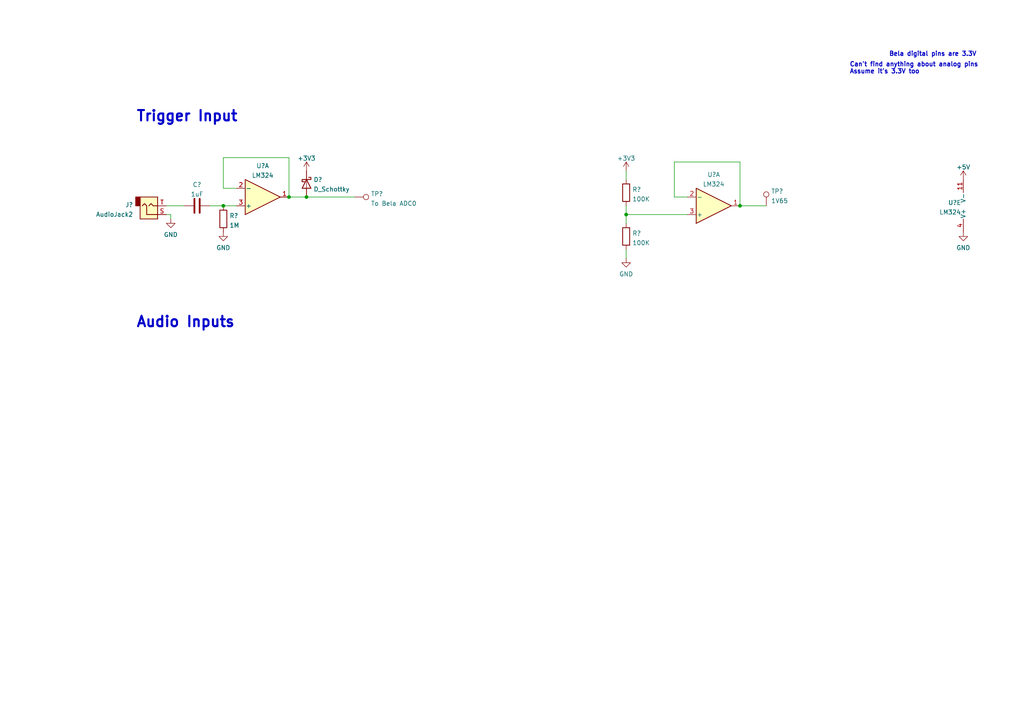
<source format=kicad_sch>
(kicad_sch (version 20211123) (generator eeschema)
  (paper "A4")
  (lib_symbols
    (symbol "Amplifier_Operational:LM324" (pin_names (offset 0.127))
      (property "Reference" "U" (at 0 5.08 0))
      (property "Value" "LM324" (at 0 -5.08 0))
      (symbol "LM324_1_1"
        (polyline (pts (xy -5.08 5.08) (xy 5.08 0) (xy -5.08 -5.08) (xy -5.08 5.08)) (stroke (width 0.254)) (fill (type background)))
        (pin output line (at 7.62 0 180) (length 2.54) (name "~") (number "1"))
        (pin input line (at -7.62 -2.54 0) (length 2.54) (name "-") (number "2"))
        (pin input line (at -7.62 2.54 0) (length 2.54) (name "+") (number "3"))
      )
      (symbol "LM324_2_1"
        (polyline (pts (xy -5.08 5.08) (xy 5.08 0) (xy -5.08 -5.08) (xy -5.08 5.08)) (stroke (width 0.254)) (fill (type background)))
        (pin input line (at -7.62 2.54 0) (length 2.54) (name "+") (number "5"))
        (pin input line (at -7.62 -2.54 0) (length 2.54) (name "-") (number "6"))
        (pin output line (at 7.62 0 180) (length 2.54) (name "~") (number "7"))
      )
      (symbol "LM324_3_1"
        (polyline (pts (xy -5.08 5.08) (xy 5.08 0) (xy -5.08 -5.08) (xy -5.08 5.08)) (stroke (width 0.254)) (fill (type background)))
        (pin input line (at -7.62 2.54 0) (length 2.54) (name "+") (number "10"))
        (pin output line (at 7.62 0 180) (length 2.54) (name "~") (number "8"))
        (pin input line (at -7.62 -2.54 0) (length 2.54) (name "-") (number "9"))
      )
      (symbol "LM324_4_1"
        (polyline (pts (xy -5.08 5.08) (xy 5.08 0) (xy -5.08 -5.08) (xy -5.08 5.08)) (stroke (width 0.254)) (fill (type background)))
        (pin input line (at -7.62 2.54 0) (length 2.54) (name "+") (number "12"))
        (pin input line (at -7.62 -2.54 0) (length 2.54) (name "-") (number "13"))
        (pin output line (at 7.62 0 180) (length 2.54) (name "~") (number "14"))
      )
      (symbol "LM324_5_1"
        (pin power_in line (at -2.54 -7.62 90) (length 3.81) (name "V-") (number "11"))
        (pin power_in line (at -2.54 7.62 270) (length 3.81) (name "V+") (number "4"))
      )
    )
    (symbol "Connector:AudioJack2"
      (property "Reference" "J" (at 0 8.89 0))
      (property "Value" "AudioJack2" (at 0 6.35 0))
      (symbol "AudioJack2_0_1"
        (rectangle (start -3.81 0) (end -2.54 -2.54) (stroke (width 0.254)) (fill (type outline)))
        (rectangle (start -2.54 3.81) (end 2.54 -2.54) (stroke (width 0.254)) (fill (type background)))
        (polyline (pts (xy 0 0) (xy 0.635 -0.635) (xy 1.27 0) (xy 2.54 0)) (stroke (width 0.254)))
        (polyline (pts (xy 2.54 2.54) (xy -0.635 2.54) (xy -0.635 0) (xy -1.27 -0.635) (xy -1.905 0)) (stroke (width 0.254)))
      )
      (symbol "AudioJack2_1_1"
        (pin passive line (at 5.08 2.54 180) (length 2.54) (name "~") (number "S"))
        (pin passive line (at 5.08 0 180) (length 2.54) (name "~") (number "T"))
      )
    )
    (symbol "Connector:TestPoint" (pin_numbers hide) (pin_names (offset 0.762) hide)
      (property "Reference" "TP" (at 0 6.858 0))
      (property "Value" "TestPoint" (at 0 5.08 0))
      (symbol "TestPoint_0_1"
        (circle (center 0 3.302) (radius 0.762))
      )
      (symbol "TestPoint_1_1"
        (pin passive line (at 0 0 90) (length 2.54) (name "1") (number "1"))
      )
    )
    (symbol "Device:C" (pin_numbers hide) (pin_names (offset 0.254))
      (property "Reference" "C" (at 0.635 2.54 0))
      (property "Value" "C" (at 0.635 -2.54 0))
      (symbol "C_0_1"
        (polyline (pts (xy -2.032 -0.762) (xy 2.032 -0.762)) (stroke (width 0.508)))
        (polyline (pts (xy -2.032 0.762) (xy 2.032 0.762)) (stroke (width 0.508)))
      )
      (symbol "C_1_1"
        (pin passive line (at 0 3.81 270) (length 2.794) (name "~") (number "1"))
        (pin passive line (at 0 -3.81 90) (length 2.794) (name "~") (number "2"))
      )
    )
    (symbol "Device:D_Schottky" (pin_numbers hide) (pin_names (offset 1.016) hide)
      (property "Reference" "D" (at 0 2.54 0))
      (property "Value" "D_Schottky" (at 0 -2.54 0))
      (symbol "D_Schottky_0_1"
        (polyline (pts (xy 1.27 0) (xy -1.27 0)))
        (polyline (pts (xy 1.27 1.27) (xy 1.27 -1.27) (xy -1.27 0) (xy 1.27 1.27)) (stroke (width 0.254)))
        (polyline (pts (xy -1.905 0.635) (xy -1.905 1.27) (xy -1.27 1.27) (xy -1.27 -1.27) (xy -0.635 -1.27) (xy -0.635 -0.635)) (stroke (width 0.254)))
      )
      (symbol "D_Schottky_1_1"
        (pin passive line (at -3.81 0 0) (length 2.54) (name "K") (number "1"))
        (pin passive line (at 3.81 0 180) (length 2.54) (name "A") (number "2"))
      )
    )
    (symbol "Device:R" (pin_numbers hide) (pin_names (offset 0))
      (property "Reference" "R" (at 2.032 0 90))
      (property "Value" "R" (at 0 0 90))
      (symbol "R_0_1"
        (rectangle (start -1.016 -2.54) (end 1.016 2.54) (stroke (width 0.254)))
      )
      (symbol "R_1_1"
        (pin passive line (at 0 3.81 270) (length 1.27) (name "~") (number "1"))
        (pin passive line (at 0 -3.81 90) (length 1.27) (name "~") (number "2"))
      )
    )
    (symbol "power:+3V3" (power) (pin_names (offset 0))
      (property "Value" "+3V3" (at 0 3.556 0))
      (symbol "+3V3_0_1"
        (polyline (pts (xy -0.762 1.27) (xy 0 2.54)))
        (polyline (pts (xy 0 0) (xy 0 2.54)))
        (polyline (pts (xy 0 2.54) (xy 0.762 1.27)))
      )
      (symbol "+3V3_1_1"
        (pin power_in line (at 0 0 90) (length 0) hide (name "+3V3") (number "1"))
      )
    )
    (symbol "power:+5V" (power) (pin_names (offset 0))
      (property "Value" "+5V" (at 0 3.556 0))
      (symbol "+5V_0_1"
        (polyline (pts (xy -0.762 1.27) (xy 0 2.54)))
        (polyline (pts (xy 0 0) (xy 0 2.54)))
        (polyline (pts (xy 0 2.54) (xy 0.762 1.27)))
      )
      (symbol "+5V_1_1"
        (pin power_in line (at 0 0 90) (length 0) hide (name "+5V") (number "1"))
      )
    )
    (symbol "power:GND" (power) (pin_names (offset 0))
      (property "Value" "GND" (at 0 -3.81 0))
      (symbol "GND_0_1"
        (polyline (pts (xy 0 0) (xy 0 -1.27) (xy 1.27 -1.27) (xy 0 -2.54) (xy -1.27 -1.27) (xy 0 -1.27)))
      )
      (symbol "GND_1_1"
        (pin power_in line (at 0 0 270) (length 0) hide (name "GND") (number "1"))
      )
    )
  )
  (junction (at 83.82 57.15))
  (junction (at 88.9 57.15))
  (junction (at 214.63 59.69))
  (junction (at 181.61 62.23))
  (junction (at 64.77 59.69))
  (wire (pts (xy 64.77 45.72) (xy 83.82 45.72)))
  (wire (pts (xy 181.61 72.39) (xy 181.61 74.93)))
  (wire (pts (xy 68.58 54.61) (xy 64.77 54.61)))
  (wire (pts (xy 83.82 45.72) (xy 83.82 57.15)))
  (wire (pts (xy 181.61 49.53) (xy 181.61 52.07)))
  (wire (pts (xy 83.82 57.15) (xy 88.9 57.15)))
  (wire (pts (xy 181.61 62.23) (xy 181.61 64.77)))
  (wire (pts (xy 88.9 57.15) (xy 102.87 57.15)))
  (wire (pts (xy 181.61 59.69) (xy 181.61 62.23)))
  (wire (pts (xy 195.58 57.15) (xy 195.58 46.99)))
  (wire (pts (xy 64.77 54.61) (xy 64.77 45.72)))
  (wire (pts (xy 48.26 62.23) (xy 49.53 62.23)))
  (wire (pts (xy 214.63 59.69) (xy 222.25 59.69)))
  (wire (pts (xy 181.61 62.23) (xy 199.39 62.23)))
  (wire (pts (xy 195.58 46.99) (xy 214.63 46.99)))
  (wire (pts (xy 48.26 59.69) (xy 53.34 59.69)))
  (wire (pts (xy 49.53 62.23) (xy 49.53 63.5)))
  (wire (pts (xy 214.63 46.99) (xy 214.63 59.69)))
  (wire (pts (xy 60.96 59.69) (xy 64.77 59.69)))
  (wire (pts (xy 64.77 59.69) (xy 68.58 59.69)))
  (wire (pts (xy 199.39 57.15) (xy 195.58 57.15)))
  (text "Bela digital pins are 3.3V" (at 257.81 16.51 0) (effects (font (size 1.27 1.27) bold) (justify left bottom)))
  (text "Audio Inputs" (at 39.37 95.25 0) (effects (font (size 3 3) (thickness 0.6) bold) (justify left bottom)))
  (text "Trigger Input" (at 39.37 35.56 0) (effects (font (size 3 3) (thickness 0.6) bold) (justify left bottom)))
  (text "Can't find anything about analog pins\nAssume it's 3.3V too" (at 246.38 21.59 0) (effects (font (size 1.27 1.27) bold) (justify left bottom)))
  (symbol (lib_id "power:GND") (at 64.77 67.31 0) (unit 1)
    (property "Reference" "#PWR?" (effects hide))
    (property "Value" "GND" (at 64.77 71.8725 0))
  )
  (symbol (lib_id "Device:R") (at 181.61 68.58 0) (unit 1)
    (property "Reference" "R?" (at 183.388 67.6715 0) (effects (justify left)))
    (property "Value" "100K" (at 183.388 70.4466 0) (effects (justify left)))
  )
  (symbol (lib_id "Device:R") (at 64.77 63.5 0) (unit 1)
    (property "Reference" "R?" (at 66.548 62.5915 0) (effects (justify left)))
    (property "Value" "1M" (at 66.548 65.3666 0) (effects (justify left)))
  )
  (symbol (lib_id "power:+3V3") (at 88.9 49.53 0) (unit 1)
    (property "Reference" "#PWR?" (effects hide))
    (property "Value" "+3V3" (at 88.9 45.9255 0))
  )
  (symbol (lib_id "power:+3V3") (at 181.61 49.53 0) (unit 1)
    (property "Reference" "#PWR?" (effects hide))
    (property "Value" "+3V3" (at 181.61 45.9255 0))
  )
  (symbol (lib_id "power:GND") (at 49.53 63.5 0) (unit 1)
    (property "Reference" "#PWR?" (effects hide))
    (property "Value" "GND" (at 49.53 68.0625 0))
  )
  (symbol (lib_id "Connector:TestPoint") (at 222.25 59.69 0) (unit 1)
    (property "Reference" "TP?" (at 223.647 55.4795 0) (effects (justify left)))
    (property "Value" "1V65" (at 223.647 58.2546 0) (effects (justify left)))
  )
  (symbol (lib_id "Device:C") (at 57.15 59.69 90) (unit 1)
    (property "Reference" "C?" (at 57.15 53.5645 90))
    (property "Value" "1uF" (at 57.15 56.3396 90))
  )
  (symbol (lib_id "Device:D_Schottky") (at 88.9 53.34 270) (unit 1)
    (property "Reference" "D?" (at 90.932 52.114 90) (effects (justify left)))
    (property "Value" "D_Schottky" (at 90.932 54.8891 90) (effects (justify left)))
  )
  (symbol (lib_id "power:GND") (at 279.4 67.31 0) (unit 1)
    (property "Reference" "#PWR?" (effects hide))
    (property "Value" "GND" (at 279.4 71.8725 0))
  )
  (symbol (lib_id "Device:R") (at 181.61 55.88 0) (unit 1)
    (property "Reference" "R?" (at 183.388 54.9715 0) (effects (justify left)))
    (property "Value" "100K" (at 183.388 57.7466 0) (effects (justify left)))
  )
  (symbol (lib_id "power:+5V") (at 279.4 52.07 0) (unit 1)
    (property "Reference" "#PWR?" (effects hide))
    (property "Value" "+5V" (at 279.4 48.4655 0))
  )
  (symbol (lib_id "Connector:TestPoint") (at 102.87 57.15 270) (unit 1)
    (property "Reference" "TP?" (at 107.569 56.2415 90) (effects (justify left)))
    (property "Value" "To Bela ADC0" (at 107.569 59.0166 90) (effects (justify left)))
  )
  (symbol (lib_id "Amplifier_Operational:LM324") (at 76.2 57.15 0) (mirror x) (unit 1)
    (property "Reference" "U?" (at 76.2 48.1035 0))
    (property "Value" "LM324" (at 76.2 50.8786 0))
    (property "Datasheet" "http://www.ti.com/lit/ds/symlink/lm2902-n.pdf" (effects hide))
  )
  (symbol (lib_id "Connector:AudioJack2") (at 43.18 59.69 0) (mirror x) (unit 1)
    (property "Reference" "J?" (at 38.6081 59.4165 0) (effects (justify right)))
    (property "Value" "AudioJack2" (at 38.6081 62.1916 0) (effects (justify right)))
  )
  (symbol (lib_id "power:GND") (at 181.61 74.93 0) (unit 1)
    (property "Reference" "#PWR?" (effects hide))
    (property "Value" "GND" (at 181.61 79.4925 0))
  )
  (symbol (lib_id "Amplifier_Operational:LM324") (at 207.01 59.69 0) (mirror x) (unit 1)
    (property "Reference" "U?" (at 207.01 50.6435 0))
    (property "Value" "LM324" (at 207.01 53.4186 0))
    (property "Datasheet" "http://www.ti.com/lit/ds/symlink/lm2902-n.pdf" (effects hide))
  )
  (symbol (lib_id "Amplifier_Operational:LM324") (at 281.94 59.69 0) (mirror x) (unit 5)
    (property "Reference" "U?" (at 278.7651 58.7815 0) (effects (justify right)))
    (property "Value" "LM324" (at 278.7651 61.5566 0) (effects (justify right)))
    (property "Datasheet" "http://www.ti.com/lit/ds/symlink/lm2902-n.pdf" (effects hide))
  )
)
</source>
